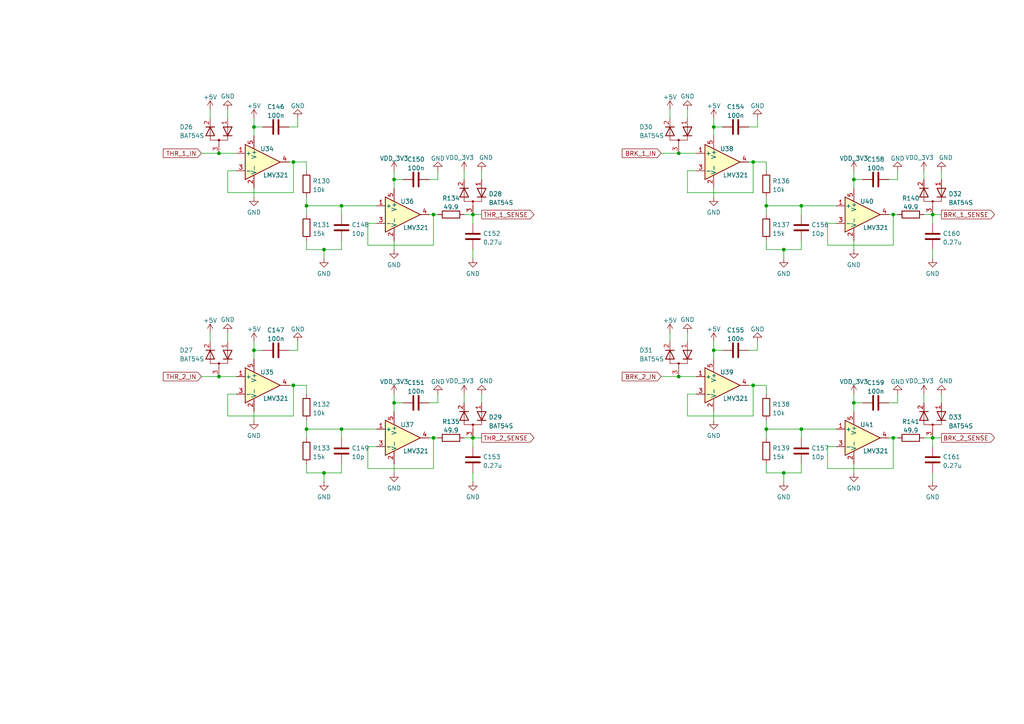
<source format=kicad_sch>
(kicad_sch (version 20250114) (generator "eeschema") (generator_version "9.0")
  (paper "A4")
  (title_block (comment 1 "НВЦТ.EVP150-2-1.3000.100 Э3"))
  (lib_symbols
    (symbol "Amplifier_Operational:LMV321" (pin_names (offset 0.127))
      (property "Reference" "U" (at 0 5.08 0))
      (property "Value" "LMV321" (at 0 -5.08 0))
      (symbol "LMV321_0_1"
        (polyline (pts (xy -5.08 5.08) (xy 5.08 0) (xy -5.08 -5.08) (xy -5.08 5.08)) (stroke (width 0.254)) (fill (type background)))
        (pin power_in line (at -2.54 7.62 270) (length 3.81) (name "V+") (number "5"))
        (pin power_in line (at -2.54 -7.62 90) (length 3.81) (name "V-") (number "2"))
      )
      (symbol "LMV321_1_1"
        (pin input line (at -7.62 2.54 0) (length 2.54) (name "+") (number "1"))
        (pin input line (at -7.62 -2.54 0) (length 2.54) (name "-") (number "3"))
        (pin output line (at 7.62 0 180) (length 2.54) (name "~") (number "4"))
      )
    )
    (symbol "Device:C" (pin_numbers (hide yes)) (pin_names (offset 0.254))
      (property "Reference" "C" (at 0.635 2.54 0))
      (property "Value" "C" (at 0.635 -2.54 0))
      (symbol "C_0_1"
        (polyline (pts (xy -2.032 0.762) (xy 2.032 0.762)) (stroke (width 0.508)))
        (polyline (pts (xy -2.032 -0.762) (xy 2.032 -0.762)) (stroke (width 0.508)))
      )
      (symbol "C_1_1"
        (pin passive line (at 0 3.81 270) (length 2.794) (name "~") (number "1"))
        (pin passive line (at 0 -3.81 90) (length 2.794) (name "~") (number "2"))
      )
    )
    (symbol "Device:D_Dual_Series_AKC_Parallel" (pin_names (offset 0.762) (hide yes))
      (property "Reference" "D" (at 0 5.08 0))
      (property "Value" "D_Dual_Series_AKC_Parallel" (at 0 -5.08 0))
      (symbol "D_Dual_Series_AKC_Parallel_0_0"
        (polyline (pts (xy 0 -1.27) (xy 0 -3.81)) (stroke (width 0.254)))
        (polyline (pts (xy 2.54 3.81) (xy 2.54 1.27)) (stroke (width 0.254)))
      )
      (symbol "D_Dual_Series_AKC_Parallel_0_1"
        (circle (center -1.27 0) (radius 0.254) (fill (type outline)))
        (polyline (pts (xy -1.27 0) (xy -2.54 0)))
        (polyline (pts (xy 0 3.81) (xy 2.54 2.54) (xy 0 1.27) (xy 0 3.81) (xy 0 3.81) (xy 0 3.81)) (stroke (width 0.254)))
        (polyline (pts (xy 2.54 2.54) (xy -1.27 2.54) (xy -1.27 -2.54) (xy 2.54 -2.54)))
        (polyline (pts (xy 2.54 -1.27) (xy 0 -2.54) (xy 2.54 -3.81) (xy 2.54 -1.27) (xy 2.54 -1.27) (xy 2.54 -1.27)) (stroke (width 0.254)))
        (pin passive line (at -5.08 0 0) (length 2.54) (name "A") (number "3"))
        (pin passive line (at 5.08 2.54 180) (length 2.54) (name "K") (number "2"))
        (pin passive line (at 5.08 -2.54 180) (length 2.54) (name "K") (number "1"))
      )
    )
    (symbol "Device:R" (pin_numbers (hide yes)) (pin_names (offset 0))
      (property "Reference" "R" (at 2.032 0 90))
      (property "Value" "R" (at 0 0 90))
      (symbol "R_0_1"
        (rectangle (start -1.016 -2.54) (end 1.016 2.54) (stroke (width 0.254)))
      )
      (symbol "R_1_1"
        (pin passive line (at 0 3.81 270) (length 1.27) (name "~") (number "1"))
        (pin passive line (at 0 -3.81 90) (length 1.27) (name "~") (number "2"))
      )
    )
    (symbol "Project_Library:VDD_3V3" (power) (pin_names (offset 0))
      (property "Value" "VDD_3V3" (at 0 3.81 0))
      (symbol "VDD_3V3_0_1"
        (polyline (pts (xy -0.762 1.27) (xy 0 2.54)))
        (polyline (pts (xy 0 2.54) (xy 0.762 1.27)))
        (polyline (pts (xy 0 0) (xy 0 2.54)))
      )
      (symbol "VDD_3V3_1_1"
        (pin power_in line (at 0 0 90) (length 0) (hide yes) (name "VDD_3V3") (number "1"))
      )
    )
    (symbol "power:+5V" (power) (pin_names (offset 0))
      (property "Value" "+5V" (at 0 3.556 0))
      (symbol "+5V_0_1"
        (polyline (pts (xy -0.762 1.27) (xy 0 2.54)))
        (polyline (pts (xy 0 2.54) (xy 0.762 1.27)))
        (polyline (pts (xy 0 0) (xy 0 2.54)))
      )
      (symbol "+5V_1_1"
        (pin power_in line (at 0 0 90) (length 0) (hide yes) (name "+5V") (number "1"))
      )
    )
    (symbol "power:GND" (power) (pin_names (offset 0))
      (property "Value" "GND" (at 0 -3.81 0))
      (symbol "GND_0_1"
        (polyline (pts (xy 0 0) (xy 0 -1.27) (xy 1.27 -1.27) (xy 0 -2.54) (xy -1.27 -1.27) (xy 0 -1.27)))
      )
      (symbol "GND_1_1"
        (pin power_in line (at 0 0 270) (length 0) (hide yes) (name "GND") (number "1"))
      )
    )
  )
  (junction (at 63.5 109.22))
  (junction (at 232.41 124.46))
  (junction (at 93.98 137.16))
  (junction (at 85.09 46.99))
  (junction (at 137.16 127))
  (junction (at 207.01 36.83))
  (junction (at 99.06 124.46))
  (junction (at 218.44 46.99))
  (junction (at 232.41 59.69))
  (junction (at 222.25 59.69))
  (junction (at 270.51 127))
  (junction (at 93.98 72.39))
  (junction (at 73.66 36.83))
  (junction (at 218.44 111.76))
  (junction (at 114.3 52.07))
  (junction (at 125.73 127))
  (junction (at 88.9 59.69))
  (junction (at 196.85 109.22))
  (junction (at 125.73 62.23))
  (junction (at 247.65 116.84))
  (junction (at 196.85 44.45))
  (junction (at 227.33 137.16))
  (junction (at 227.33 72.39))
  (junction (at 247.65 52.07))
  (junction (at 114.3 116.84))
  (junction (at 137.16 62.23))
  (junction (at 222.25 124.46))
  (junction (at 88.9 124.46))
  (junction (at 85.09 111.76))
  (junction (at 73.66 101.6))
  (junction (at 259.08 127))
  (junction (at 207.01 101.6))
  (junction (at 63.5 44.45))
  (junction (at 270.51 62.23))
  (junction (at 99.06 59.69))
  (junction (at 259.08 62.23))
  (wire (pts (xy 106.68 129.54) (xy 106.68 135.89)))
  (wire (pts (xy 273.05 49.53) (xy 273.05 52.07)))
  (wire (pts (xy 99.06 134.62) (xy 99.06 137.16)))
  (wire (pts (xy 218.44 111.76) (xy 222.25 111.76)))
  (wire (pts (xy 250.19 116.84) (xy 247.65 116.84)))
  (wire (pts (xy 207.01 54.61) (xy 207.01 57.15)))
  (wire (pts (xy 270.51 129.54) (xy 270.51 127)))
  (wire (pts (xy 139.7 114.3) (xy 139.7 116.84)))
  (wire (pts (xy 73.66 99.06) (xy 73.66 101.6)))
  (wire (pts (xy 247.65 49.53) (xy 247.65 52.07)))
  (wire (pts (xy 259.08 71.12) (xy 259.08 62.23)))
  (wire (pts (xy 222.25 124.46) (xy 232.41 124.46)))
  (wire (pts (xy 242.57 124.46) (xy 232.41 124.46)))
  (wire (pts (xy 270.51 72.39) (xy 270.51 74.93)))
  (wire (pts (xy 114.3 114.3) (xy 114.3 116.84)))
  (wire (pts (xy 259.08 127) (xy 260.35 127)))
  (wire (pts (xy 66.04 49.53) (xy 66.04 55.88)))
  (wire (pts (xy 93.98 72.39) (xy 99.06 72.39)))
  (wire (pts (xy 127 52.07) (xy 127 49.53)))
  (wire (pts (xy 83.82 46.99) (xy 85.09 46.99)))
  (wire (pts (xy 232.41 59.69) (xy 232.41 62.23)))
  (wire (pts (xy 137.16 127) (xy 139.7 127)))
  (wire (pts (xy 267.97 62.23) (xy 270.51 62.23)))
  (wire (pts (xy 88.9 69.85) (xy 88.9 72.39)))
  (wire (pts (xy 60.96 96.52) (xy 60.96 99.06)))
  (wire (pts (xy 93.98 137.16) (xy 99.06 137.16)))
  (wire (pts (xy 270.51 137.16) (xy 270.51 139.7)))
  (wire (pts (xy 88.9 137.16) (xy 93.98 137.16)))
  (wire (pts (xy 267.97 114.3) (xy 267.97 116.84)))
  (wire (pts (xy 86.36 101.6) (xy 86.36 99.06)))
  (wire (pts (xy 222.25 57.15) (xy 222.25 59.69)))
  (wire (pts (xy 267.97 49.53) (xy 267.97 52.07)))
  (wire (pts (xy 257.81 116.84) (xy 260.35 116.84)))
  (wire (pts (xy 227.33 74.93) (xy 227.33 72.39)))
  (wire (pts (xy 199.39 31.75) (xy 199.39 34.29)))
  (wire (pts (xy 88.9 49.53) (xy 88.9 46.99)))
  (wire (pts (xy 222.25 121.92) (xy 222.25 124.46)))
  (wire (pts (xy 191.77 109.22) (xy 196.85 109.22)))
  (wire (pts (xy 217.17 101.6) (xy 219.71 101.6)))
  (wire (pts (xy 222.25 137.16) (xy 227.33 137.16)))
  (wire (pts (xy 114.3 52.07) (xy 114.3 54.61)))
  (wire (pts (xy 270.51 127) (xy 273.05 127)))
  (wire (pts (xy 194.31 96.52) (xy 194.31 99.06)))
  (wire (pts (xy 196.85 44.45) (xy 201.93 44.45)))
  (wire (pts (xy 199.39 49.53) (xy 199.39 55.88)))
  (wire (pts (xy 73.66 54.61) (xy 73.66 57.15)))
  (wire (pts (xy 106.68 64.77) (xy 109.22 64.77)))
  (wire (pts (xy 257.81 52.07) (xy 260.35 52.07)))
  (wire (pts (xy 73.66 101.6) (xy 73.66 104.14)))
  (wire (pts (xy 137.16 64.77) (xy 137.16 62.23)))
  (wire (pts (xy 199.39 114.3) (xy 201.93 114.3)))
  (wire (pts (xy 83.82 36.83) (xy 86.36 36.83)))
  (wire (pts (xy 66.04 49.53) (xy 68.58 49.53)))
  (wire (pts (xy 247.65 116.84) (xy 247.65 119.38)))
  (wire (pts (xy 222.25 134.62) (xy 222.25 137.16)))
  (wire (pts (xy 58.42 44.45) (xy 63.5 44.45)))
  (wire (pts (xy 207.01 101.6) (xy 207.01 104.14)))
  (wire (pts (xy 260.35 116.84) (xy 260.35 114.3)))
  (wire (pts (xy 114.3 69.85) (xy 114.3 72.39)))
  (wire (pts (xy 199.39 49.53) (xy 201.93 49.53)))
  (wire (pts (xy 240.03 64.77) (xy 240.03 71.12)))
  (wire (pts (xy 259.08 62.23) (xy 260.35 62.23)))
  (wire (pts (xy 240.03 64.77) (xy 242.57 64.77)))
  (wire (pts (xy 60.96 31.75) (xy 60.96 34.29)))
  (wire (pts (xy 219.71 36.83) (xy 219.71 34.29)))
  (wire (pts (xy 199.39 114.3) (xy 199.39 120.65)))
  (wire (pts (xy 66.04 114.3) (xy 66.04 120.65)))
  (wire (pts (xy 270.51 62.23) (xy 273.05 62.23)))
  (wire (pts (xy 109.22 124.46) (xy 99.06 124.46)))
  (wire (pts (xy 73.66 36.83) (xy 73.66 39.37)))
  (wire (pts (xy 137.16 137.16) (xy 137.16 139.7)))
  (wire (pts (xy 232.41 124.46) (xy 232.41 127)))
  (wire (pts (xy 191.77 44.45) (xy 196.85 44.45)))
  (wire (pts (xy 125.73 71.12) (xy 125.73 62.23)))
  (wire (pts (xy 85.09 55.88) (xy 85.09 46.99)))
  (wire (pts (xy 88.9 114.3) (xy 88.9 111.76)))
  (wire (pts (xy 134.62 49.53) (xy 134.62 52.07)))
  (wire (pts (xy 109.22 59.69) (xy 99.06 59.69)))
  (wire (pts (xy 199.39 96.52) (xy 199.39 99.06)))
  (wire (pts (xy 222.25 124.46) (xy 222.25 127)))
  (wire (pts (xy 93.98 74.93) (xy 93.98 72.39)))
  (wire (pts (xy 73.66 119.38) (xy 73.66 121.92)))
  (wire (pts (xy 114.3 116.84) (xy 114.3 119.38)))
  (wire (pts (xy 124.46 52.07) (xy 127 52.07)))
  (wire (pts (xy 137.16 62.23) (xy 139.7 62.23)))
  (wire (pts (xy 199.39 55.88) (xy 218.44 55.88)))
  (wire (pts (xy 66.04 96.52) (xy 66.04 99.06)))
  (wire (pts (xy 232.41 134.62) (xy 232.41 137.16)))
  (wire (pts (xy 125.73 127) (xy 127 127)))
  (wire (pts (xy 85.09 111.76) (xy 88.9 111.76)))
  (wire (pts (xy 124.46 127) (xy 125.73 127)))
  (wire (pts (xy 273.05 114.3) (xy 273.05 116.84)))
  (wire (pts (xy 232.41 69.85) (xy 232.41 72.39)))
  (wire (pts (xy 134.62 127) (xy 137.16 127)))
  (wire (pts (xy 139.7 49.53) (xy 139.7 52.07)))
  (wire (pts (xy 83.82 111.76) (xy 85.09 111.76)))
  (wire (pts (xy 227.33 137.16) (xy 232.41 137.16)))
  (wire (pts (xy 247.65 69.85) (xy 247.65 72.39)))
  (wire (pts (xy 85.09 46.99) (xy 88.9 46.99)))
  (wire (pts (xy 217.17 36.83) (xy 219.71 36.83)))
  (wire (pts (xy 199.39 120.65) (xy 218.44 120.65)))
  (wire (pts (xy 218.44 120.65) (xy 218.44 111.76)))
  (wire (pts (xy 66.04 31.75) (xy 66.04 34.29)))
  (wire (pts (xy 88.9 134.62) (xy 88.9 137.16)))
  (wire (pts (xy 88.9 72.39) (xy 93.98 72.39)))
  (wire (pts (xy 240.03 135.89) (xy 259.08 135.89)))
  (wire (pts (xy 124.46 62.23) (xy 125.73 62.23)))
  (wire (pts (xy 222.25 49.53) (xy 222.25 46.99)))
  (wire (pts (xy 116.84 52.07) (xy 114.3 52.07)))
  (wire (pts (xy 270.51 64.77) (xy 270.51 62.23)))
  (wire (pts (xy 260.35 52.07) (xy 260.35 49.53)))
  (wire (pts (xy 99.06 69.85) (xy 99.06 72.39)))
  (wire (pts (xy 63.5 44.45) (xy 68.58 44.45)))
  (wire (pts (xy 240.03 129.54) (xy 240.03 135.89)))
  (wire (pts (xy 63.5 109.22) (xy 68.58 109.22)))
  (wire (pts (xy 207.01 34.29) (xy 207.01 36.83)))
  (wire (pts (xy 250.19 52.07) (xy 247.65 52.07)))
  (wire (pts (xy 125.73 62.23) (xy 127 62.23)))
  (wire (pts (xy 125.73 135.89) (xy 125.73 127)))
  (wire (pts (xy 114.3 134.62) (xy 114.3 137.16)))
  (wire (pts (xy 106.68 129.54) (xy 109.22 129.54)))
  (wire (pts (xy 88.9 59.69) (xy 99.06 59.69)))
  (wire (pts (xy 209.55 36.83) (xy 207.01 36.83)))
  (wire (pts (xy 247.65 52.07) (xy 247.65 54.61)))
  (wire (pts (xy 242.57 59.69) (xy 232.41 59.69)))
  (wire (pts (xy 66.04 55.88) (xy 85.09 55.88)))
  (wire (pts (xy 137.16 129.54) (xy 137.16 127)))
  (wire (pts (xy 58.42 109.22) (xy 63.5 109.22)))
  (wire (pts (xy 114.3 49.53) (xy 114.3 52.07)))
  (wire (pts (xy 247.65 134.62) (xy 247.65 137.16)))
  (wire (pts (xy 207.01 119.38) (xy 207.01 121.92)))
  (wire (pts (xy 134.62 62.23) (xy 137.16 62.23)))
  (wire (pts (xy 134.62 114.3) (xy 134.62 116.84)))
  (wire (pts (xy 88.9 121.92) (xy 88.9 124.46)))
  (wire (pts (xy 194.31 31.75) (xy 194.31 34.29)))
  (wire (pts (xy 257.81 127) (xy 259.08 127)))
  (wire (pts (xy 207.01 36.83) (xy 207.01 39.37)))
  (wire (pts (xy 207.01 99.06) (xy 207.01 101.6)))
  (wire (pts (xy 73.66 34.29) (xy 73.66 36.83)))
  (wire (pts (xy 66.04 114.3) (xy 68.58 114.3)))
  (wire (pts (xy 86.36 36.83) (xy 86.36 34.29)))
  (wire (pts (xy 219.71 101.6) (xy 219.71 99.06)))
  (wire (pts (xy 222.25 59.69) (xy 222.25 62.23)))
  (wire (pts (xy 83.82 101.6) (xy 86.36 101.6)))
  (wire (pts (xy 247.65 114.3) (xy 247.65 116.84)))
  (wire (pts (xy 106.68 135.89) (xy 125.73 135.89)))
  (wire (pts (xy 240.03 129.54) (xy 242.57 129.54)))
  (wire (pts (xy 76.2 101.6) (xy 73.66 101.6)))
  (wire (pts (xy 85.09 120.65) (xy 85.09 111.76)))
  (wire (pts (xy 222.25 114.3) (xy 222.25 111.76)))
  (wire (pts (xy 137.16 72.39) (xy 137.16 74.93)))
  (wire (pts (xy 76.2 36.83) (xy 73.66 36.83)))
  (wire (pts (xy 227.33 72.39) (xy 232.41 72.39)))
  (wire (pts (xy 259.08 135.89) (xy 259.08 127)))
  (wire (pts (xy 209.55 101.6) (xy 207.01 101.6)))
  (wire (pts (xy 257.81 62.23) (xy 259.08 62.23)))
  (wire (pts (xy 106.68 64.77) (xy 106.68 71.12)))
  (wire (pts (xy 222.25 72.39) (xy 227.33 72.39)))
  (wire (pts (xy 217.17 111.76) (xy 218.44 111.76)))
  (wire (pts (xy 99.06 59.69) (xy 99.06 62.23)))
  (wire (pts (xy 267.97 127) (xy 270.51 127)))
  (wire (pts (xy 124.46 116.84) (xy 127 116.84)))
  (wire (pts (xy 218.44 55.88) (xy 218.44 46.99)))
  (wire (pts (xy 93.98 139.7) (xy 93.98 137.16)))
  (wire (pts (xy 227.33 139.7) (xy 227.33 137.16)))
  (wire (pts (xy 127 116.84) (xy 127 114.3)))
  (wire (pts (xy 88.9 59.69) (xy 88.9 62.23)))
  (wire (pts (xy 218.44 46.99) (xy 222.25 46.99)))
  (wire (pts (xy 66.04 120.65) (xy 85.09 120.65)))
  (wire (pts (xy 240.03 71.12) (xy 259.08 71.12)))
  (wire (pts (xy 99.06 124.46) (xy 99.06 127)))
  (wire (pts (xy 222.25 59.69) (xy 232.41 59.69)))
  (wire (pts (xy 88.9 124.46) (xy 99.06 124.46)))
  (wire (pts (xy 196.85 109.22) (xy 201.93 109.22)))
  (wire (pts (xy 217.17 46.99) (xy 218.44 46.99)))
  (wire (pts (xy 88.9 124.46) (xy 88.9 127)))
  (wire (pts (xy 106.68 71.12) (xy 125.73 71.12)))
  (wire (pts (xy 88.9 57.15) (xy 88.9 59.69)))
  (wire (pts (xy 222.25 69.85) (xy 222.25 72.39)))
  (wire (pts (xy 116.84 116.84) (xy 114.3 116.84)))
  (global_label "BRK_1_IN" (shape input) (at 191.77 44.45 180) (property "Intersheetrefs" "${INTERSHEET_REFS}" (effects (hide yes))))
  (global_label "THR_2_IN" (shape input) (at 58.42 109.22 180) (property "Intersheetrefs" "${INTERSHEET_REFS}" (effects (hide yes))))
  (global_label "THR_1_IN" (shape input) (at 58.42 44.45 180) (property "Intersheetrefs" "${INTERSHEET_REFS}" (effects (hide yes))))
  (global_label "BRK_1_SENSE" (shape output) (at 273.05 62.23 0) (property "Intersheetrefs" "${INTERSHEET_REFS}" (effects (hide yes))))
  (global_label "THR_1_SENSE" (shape output) (at 139.7 62.23 0) (property "Intersheetrefs" "${INTERSHEET_REFS}" (effects (hide yes))))
  (global_label "BRK_2_SENSE" (shape output) (at 273.05 127 0) (property "Intersheetrefs" "${INTERSHEET_REFS}" (effects (hide yes))))
  (global_label "BRK_2_IN" (shape input) (at 191.77 109.22 180) (property "Intersheetrefs" "${INTERSHEET_REFS}" (effects (hide yes))))
  (global_label "THR_2_SENSE" (shape output) (at 139.7 127 0) (property "Intersheetrefs" "${INTERSHEET_REFS}" (effects (hide yes))))
  (symbol (lib_id "Device:C") (at 80.01 101.6 90) (unit 1)
    (property "Reference" "C147" (at 80.01 95.7412 90))
    (property "Value" "100n" (at 80.01 98.2781 90))
    (property "Footprint" "Capacitor_SMD:C_0603_1608Metric" (effects (hide yes)))
  )
  (symbol (lib_id "Device:R") (at 88.9 130.81 0) (unit 1)
    (property "Reference" "R133" (at 90.678 129.9753 0) (effects (justify left)))
    (property "Value" "15k" (at 90.678 132.5122 0) (effects (justify left)))
    (property "Footprint" "Resistor_SMD:R_0603_1608Metric" (effects (hide yes)))
  )
  (symbol (lib_id "power:GND") (at 199.39 96.52 180) (unit 1)
    (property "Reference" "#PWR0241" (effects (hide yes)))
    (property "Value" "GND" (at 199.39 92.71 0))
  )
  (symbol (lib_id "Device:C") (at 80.01 36.83 90) (unit 1)
    (property "Reference" "C146" (at 80.01 30.9712 90))
    (property "Value" "100n" (at 80.01 33.5081 90))
    (property "Footprint" "Capacitor_SMD:C_0603_1608Metric" (effects (hide yes)))
  )
  (symbol (lib_id "Device:C") (at 270.51 68.58 0) (unit 1)
    (property "Reference" "C160" (at 273.431 67.7453 0) (effects (justify left)))
    (property "Value" "0.27u" (at 273.431 70.2822 0) (effects (justify left)))
    (property "Footprint" "Capacitor_SMD:C_0603_1608Metric" (effects (hide yes)))
  )
  (symbol (lib_id "power:GND") (at 139.7 49.53 180) (unit 1)
    (property "Reference" "#PWR0236" (effects (hide yes)))
    (property "Value" "GND" (at 140.97 45.72 0))
  )
  (symbol (lib_id "Device:R") (at 264.16 62.23 90) (unit 1)
    (property "Reference" "R140" (at 264.16 57.5142 90))
    (property "Value" "49.9" (at 264.16 60.0511 90))
    (property "Footprint" "Resistor_SMD:R_0603_1608Metric" (effects (hide yes)))
  )
  (symbol (lib_id "Device:D_Dual_Series_AKC_Parallel") (at 137.16 57.15 90) (unit 1)
    (property "Reference" "D28" (at 141.732 56.2518 90) (effects (justify right)))
    (property "Value" "BAT54S" (at 141.732 58.7887 90) (effects (justify right)))
    (property "Footprint" "Package_TO_SOT_SMD:SOT-23" (effects (hide yes)))
  )
  (symbol (lib_id "power:GND") (at 86.36 34.29 180) (unit 1)
    (property "Reference" "#PWR0222" (effects (hide yes)))
    (property "Value" "GND" (at 86.36 30.7142 0))
  )
  (symbol (lib_id "Amplifier_Operational:LMV321") (at 116.84 62.23 0) (unit 1)
    (property "Reference" "U36" (at 118.11 58.42 0))
    (property "Value" "LMV321" (at 120.65 66.04 0))
    (property "Footprint" "Package_TO_SOT_SMD:SOT-23-5" (effects (hide yes)))
    (property "Datasheet" "http://www.ti.com/lit/ds/symlink/lmv324.pdf" (effects (hide yes)))
  )
  (symbol (lib_id "Amplifier_Operational:LMV321") (at 209.55 46.99 0) (unit 1)
    (property "Reference" "U38" (at 210.82 43.18 0))
    (property "Value" "LMV321" (at 213.36 50.8 0))
    (property "Footprint" "Package_TO_SOT_SMD:SOT-23-5" (effects (hide yes)))
    (property "Datasheet" "http://www.ti.com/lit/ds/symlink/lmv324.pdf" (effects (hide yes)))
  )
  (symbol (lib_id "power:GND") (at 86.36 99.06 180) (unit 1)
    (property "Reference" "#PWR0223" (effects (hide yes)))
    (property "Value" "GND" (at 86.36 95.4842 0))
  )
  (symbol (lib_id "Device:D_Dual_Series_AKC_Parallel") (at 196.85 39.37 90) (unit 1)
    (property "Reference" "D30" (at 185.42 36.83 90) (effects (justify right)))
    (property "Value" "BAT54S" (at 185.42 39.37 90) (effects (justify right)))
    (property "Footprint" "Package_TO_SOT_SMD:SOT-23" (effects (hide yes)))
  )
  (symbol (lib_id "power:+5V") (at 207.01 99.06 0) (unit 1)
    (property "Reference" "#PWR0244" (effects (hide yes)))
    (property "Value" "+5V" (at 207.01 95.4842 0))
  )
  (symbol (lib_id "Device:R") (at 88.9 118.11 0) (unit 1)
    (property "Reference" "R132" (at 90.678 117.2753 0) (effects (justify left)))
    (property "Value" "10k" (at 90.678 119.8122 0) (effects (justify left)))
    (property "Footprint" "Resistor_SMD:R_0603_1608Metric" (effects (hide yes)))
  )
  (symbol (lib_id "Device:D_Dual_Series_AKC_Parallel") (at 270.51 57.15 90) (unit 1)
    (property "Reference" "D32" (at 275.082 56.2518 90) (effects (justify right)))
    (property "Value" "BAT54S" (at 275.082 58.7887 90) (effects (justify right)))
    (property "Footprint" "Package_TO_SOT_SMD:SOT-23" (effects (hide yes)))
  )
  (symbol (lib_id "Device:R") (at 88.9 66.04 0) (unit 1)
    (property "Reference" "R131" (at 90.678 65.2053 0) (effects (justify left)))
    (property "Value" "15k" (at 90.678 67.7422 0) (effects (justify left)))
    (property "Footprint" "Resistor_SMD:R_0603_1608Metric" (effects (hide yes)))
  )
  (symbol (lib_id "Device:C") (at 99.06 130.81 0) (unit 1)
    (property "Reference" "C149" (at 101.981 129.9753 0) (effects (justify left)))
    (property "Value" "10p" (at 101.981 132.5122 0) (effects (justify left)))
    (property "Footprint" "Capacitor_SMD:C_0603_1608Metric" (effects (hide yes)))
  )
  (symbol (lib_id "power:GND") (at 247.65 72.39 0) (unit 1)
    (property "Reference" "#PWR0251" (effects (hide yes)))
    (property "Value" "GND" (at 247.65 76.8334 0))
  )
  (symbol (lib_id "Device:C") (at 270.51 133.35 0) (unit 1)
    (property "Reference" "C161" (at 273.431 132.5153 0) (effects (justify left)))
    (property "Value" "0.27u" (at 273.431 135.0522 0) (effects (justify left)))
    (property "Footprint" "Capacitor_SMD:C_0603_1608Metric" (effects (hide yes)))
  )
  (symbol (lib_id "Device:D_Dual_Series_AKC_Parallel") (at 270.51 121.92 90) (unit 1)
    (property "Reference" "D33" (at 275.082 121.0218 90) (effects (justify right)))
    (property "Value" "BAT54S" (at 275.082 123.5587 90) (effects (justify right)))
    (property "Footprint" "Package_TO_SOT_SMD:SOT-23" (effects (hide yes)))
  )
  (symbol (lib_id "power:GND") (at 127 49.53 180) (unit 1)
    (property "Reference" "#PWR0230" (effects (hide yes)))
    (property "Value" "GND" (at 127 45.9542 0))
  )
  (symbol (lib_id "Amplifier_Operational:LMV321") (at 250.19 127 0) (unit 1)
    (property "Reference" "U41" (at 251.46 123.19 0))
    (property "Value" "LMV321" (at 254 130.81 0))
    (property "Footprint" "Package_TO_SOT_SMD:SOT-23-5" (effects (hide yes)))
    (property "Datasheet" "http://www.ti.com/lit/ds/symlink/lmv324.pdf" (effects (hide yes)))
  )
  (symbol (lib_id "Project_Library:VDD_3V3") (at 134.62 49.53 0) (unit 1)
    (property "Reference" "#PWR0232" (effects (hide yes)))
    (property "Value" "VDD_3V3" (at 133.35 45.72 0))
  )
  (symbol (lib_id "Project_Library:VDD_3V3") (at 247.65 114.3 0) (unit 1)
    (property "Reference" "#PWR0252" (effects (hide yes)))
    (property "Value" "VDD_3V3" (at 247.65 110.7242 0))
  )
  (symbol (lib_id "Device:R") (at 222.25 130.81 0) (unit 1)
    (property "Reference" "R139" (at 224.028 129.9753 0) (effects (justify left)))
    (property "Value" "15k" (at 224.028 132.5122 0) (effects (justify left)))
    (property "Footprint" "Resistor_SMD:R_0603_1608Metric" (effects (hide yes)))
  )
  (symbol (lib_id "power:GND") (at 127 114.3 180) (unit 1)
    (property "Reference" "#PWR0231" (effects (hide yes)))
    (property "Value" "GND" (at 127 110.7242 0))
  )
  (symbol (lib_id "power:GND") (at 207.01 57.15 0) (unit 1)
    (property "Reference" "#PWR0243" (effects (hide yes)))
    (property "Value" "GND" (at 207.01 61.5934 0))
  )
  (symbol (lib_id "power:GND") (at 273.05 49.53 180) (unit 1)
    (property "Reference" "#PWR0260" (effects (hide yes)))
    (property "Value" "GND" (at 274.32 45.72 0))
  )
  (symbol (lib_id "Device:D_Dual_Series_AKC_Parallel") (at 63.5 104.14 90) (unit 1)
    (property "Reference" "D27" (at 52.07 101.6 90) (effects (justify right)))
    (property "Value" "BAT54S" (at 52.07 104.14 90) (effects (justify right)))
    (property "Footprint" "Package_TO_SOT_SMD:SOT-23" (effects (hide yes)))
  )
  (symbol (lib_id "power:GND") (at 219.71 99.06 180) (unit 1)
    (property "Reference" "#PWR0247" (effects (hide yes)))
    (property "Value" "GND" (at 219.71 95.4842 0))
  )
  (symbol (lib_id "Amplifier_Operational:LMV321") (at 116.84 127 0) (unit 1)
    (property "Reference" "U37" (at 118.11 123.19 0))
    (property "Value" "LMV321" (at 120.65 130.81 0))
    (property "Footprint" "Package_TO_SOT_SMD:SOT-23-5" (effects (hide yes)))
    (property "Datasheet" "http://www.ti.com/lit/ds/symlink/lmv324.pdf" (effects (hide yes)))
  )
  (symbol (lib_id "Device:D_Dual_Series_AKC_Parallel") (at 196.85 104.14 90) (unit 1)
    (property "Reference" "D31" (at 185.42 101.6 90) (effects (justify right)))
    (property "Value" "BAT54S" (at 185.42 104.14 90) (effects (justify right)))
    (property "Footprint" "Package_TO_SOT_SMD:SOT-23" (effects (hide yes)))
  )
  (symbol (lib_id "Device:C") (at 232.41 130.81 0) (unit 1)
    (property "Reference" "C157" (at 235.331 129.9753 0) (effects (justify left)))
    (property "Value" "10p" (at 235.331 132.5122 0) (effects (justify left)))
    (property "Footprint" "Capacitor_SMD:C_0603_1608Metric" (effects (hide yes)))
  )
  (symbol (lib_id "Project_Library:VDD_3V3") (at 134.62 114.3 0) (unit 1)
    (property "Reference" "#PWR0233" (effects (hide yes)))
    (property "Value" "VDD_3V3" (at 133.35 110.49 0))
  )
  (symbol (lib_id "power:+5V") (at 60.96 96.52 0) (unit 1)
    (property "Reference" "#PWR0215" (effects (hide yes)))
    (property "Value" "+5V" (at 60.96 92.9442 0))
  )
  (symbol (lib_id "Project_Library:VDD_3V3") (at 267.97 114.3 0) (unit 1)
    (property "Reference" "#PWR0257" (effects (hide yes)))
    (property "Value" "VDD_3V3" (at 266.7 110.49 0))
  )
  (symbol (lib_id "Device:R") (at 222.25 53.34 0) (unit 1)
    (property "Reference" "R136" (at 224.028 52.5053 0) (effects (justify left)))
    (property "Value" "10k" (at 224.028 55.0422 0) (effects (justify left)))
    (property "Footprint" "Resistor_SMD:R_0603_1608Metric" (effects (hide yes)))
  )
  (symbol (lib_id "power:GND") (at 73.66 57.15 0) (unit 1)
    (property "Reference" "#PWR0219" (effects (hide yes)))
    (property "Value" "GND" (at 73.66 61.5934 0))
  )
  (symbol (lib_id "power:GND") (at 93.98 139.7 0) (unit 1)
    (property "Reference" "#PWR0225" (effects (hide yes)))
    (property "Value" "GND" (at 93.98 144.1434 0))
  )
  (symbol (lib_id "power:GND") (at 66.04 31.75 180) (unit 1)
    (property "Reference" "#PWR0216" (effects (hide yes)))
    (property "Value" "GND" (at 66.04 27.94 0))
  )
  (symbol (lib_id "power:GND") (at 137.16 139.7 0) (unit 1)
    (property "Reference" "#PWR0235" (effects (hide yes)))
    (property "Value" "GND" (at 137.16 144.1434 0))
  )
  (symbol (lib_id "power:GND") (at 114.3 72.39 0) (unit 1)
    (property "Reference" "#PWR0227" (effects (hide yes)))
    (property "Value" "GND" (at 114.3 76.8334 0))
  )
  (symbol (lib_id "power:GND") (at 270.51 74.93 0) (unit 1)
    (property "Reference" "#PWR0258" (effects (hide yes)))
    (property "Value" "GND" (at 270.51 79.3734 0))
  )
  (symbol (lib_id "Device:R") (at 130.81 127 90) (unit 1)
    (property "Reference" "R135" (at 130.81 122.2842 90))
    (property "Value" "49.9" (at 130.81 124.8211 90))
    (property "Footprint" "Resistor_SMD:R_0603_1608Metric" (effects (hide yes)))
  )
  (symbol (lib_id "power:GND") (at 114.3 137.16 0) (unit 1)
    (property "Reference" "#PWR0229" (effects (hide yes)))
    (property "Value" "GND" (at 114.3 141.6034 0))
  )
  (symbol (lib_id "Amplifier_Operational:LMV321") (at 76.2 111.76 0) (unit 1)
    (property "Reference" "U35" (at 77.47 107.95 0))
    (property "Value" "LMV321" (at 80.01 115.57 0))
    (property "Footprint" "Package_TO_SOT_SMD:SOT-23-5" (effects (hide yes)))
    (property "Datasheet" "http://www.ti.com/lit/ds/symlink/lmv324.pdf" (effects (hide yes)))
  )
  (symbol (lib_id "power:GND") (at 73.66 121.92 0) (unit 1)
    (property "Reference" "#PWR0221" (effects (hide yes)))
    (property "Value" "GND" (at 73.66 126.3634 0))
  )
  (symbol (lib_id "Amplifier_Operational:LMV321") (at 250.19 62.23 0) (unit 1)
    (property "Reference" "U40" (at 251.46 58.42 0))
    (property "Value" "LMV321" (at 254 66.04 0))
    (property "Footprint" "Package_TO_SOT_SMD:SOT-23-5" (effects (hide yes)))
    (property "Datasheet" "http://www.ti.com/lit/ds/symlink/lmv324.pdf" (effects (hide yes)))
  )
  (symbol (lib_id "power:GND") (at 139.7 114.3 180) (unit 1)
    (property "Reference" "#PWR0237" (effects (hide yes)))
    (property "Value" "GND" (at 140.97 110.49 0))
  )
  (symbol (lib_id "Device:C") (at 120.65 116.84 90) (unit 1)
    (property "Reference" "C151" (at 120.65 110.9812 90))
    (property "Value" "100n" (at 120.65 113.5181 90))
    (property "Footprint" "Capacitor_SMD:C_0603_1608Metric" (effects (hide yes)))
  )
  (symbol (lib_id "power:GND") (at 93.98 74.93 0) (unit 1)
    (property "Reference" "#PWR0224" (effects (hide yes)))
    (property "Value" "GND" (at 93.98 79.3734 0))
  )
  (symbol (lib_id "Project_Library:VDD_3V3") (at 114.3 49.53 0) (unit 1)
    (property "Reference" "#PWR0226" (effects (hide yes)))
    (property "Value" "VDD_3V3" (at 114.3 45.9542 0))
  )
  (symbol (lib_id "Device:C") (at 232.41 66.04 0) (unit 1)
    (property "Reference" "C156" (at 235.331 65.2053 0) (effects (justify left)))
    (property "Value" "10p" (at 235.331 67.7422 0) (effects (justify left)))
    (property "Footprint" "Capacitor_SMD:C_0603_1608Metric" (effects (hide yes)))
  )
  (symbol (lib_id "power:GND") (at 199.39 31.75 180) (unit 1)
    (property "Reference" "#PWR0240" (effects (hide yes)))
    (property "Value" "GND" (at 199.39 27.94 0))
  )
  (symbol (lib_id "power:GND") (at 66.04 96.52 180) (unit 1)
    (property "Reference" "#PWR0217" (effects (hide yes)))
    (property "Value" "GND" (at 66.04 92.71 0))
  )
  (symbol (lib_id "Device:C") (at 254 116.84 90) (unit 1)
    (property "Reference" "C159" (at 254 110.9812 90))
    (property "Value" "100n" (at 254 113.5181 90))
    (property "Footprint" "Capacitor_SMD:C_0603_1608Metric" (effects (hide yes)))
  )
  (symbol (lib_id "power:GND") (at 227.33 74.93 0) (unit 1)
    (property "Reference" "#PWR0248" (effects (hide yes)))
    (property "Value" "GND" (at 227.33 79.3734 0))
  )
  (symbol (lib_id "power:GND") (at 219.71 34.29 180) (unit 1)
    (property "Reference" "#PWR0246" (effects (hide yes)))
    (property "Value" "GND" (at 219.71 30.7142 0))
  )
  (symbol (lib_id "power:GND") (at 207.01 121.92 0) (unit 1)
    (property "Reference" "#PWR0245" (effects (hide yes)))
    (property "Value" "GND" (at 207.01 126.3634 0))
  )
  (symbol (lib_id "power:GND") (at 227.33 139.7 0) (unit 1)
    (property "Reference" "#PWR0249" (effects (hide yes)))
    (property "Value" "GND" (at 227.33 144.1434 0))
  )
  (symbol (lib_id "Device:R") (at 222.25 66.04 0) (unit 1)
    (property "Reference" "R137" (at 224.028 65.2053 0) (effects (justify left)))
    (property "Value" "15k" (at 224.028 67.7422 0) (effects (justify left)))
    (property "Footprint" "Resistor_SMD:R_0603_1608Metric" (effects (hide yes)))
  )
  (symbol (lib_id "Device:D_Dual_Series_AKC_Parallel") (at 63.5 39.37 90) (unit 1)
    (property "Reference" "D26" (at 52.07 36.83 90) (effects (justify right)))
    (property "Value" "BAT54S" (at 52.07 39.37 90) (effects (justify right)))
    (property "Footprint" "Package_TO_SOT_SMD:SOT-23" (effects (hide yes)))
  )
  (symbol (lib_id "Amplifier_Operational:LMV321") (at 209.55 111.76 0) (unit 1)
    (property "Reference" "U39" (at 210.82 107.95 0))
    (property "Value" "LMV321" (at 213.36 115.57 0))
    (property "Footprint" "Package_TO_SOT_SMD:SOT-23-5" (effects (hide yes)))
    (property "Datasheet" "http://www.ti.com/lit/ds/symlink/lmv324.pdf" (effects (hide yes)))
  )
  (symbol (lib_id "power:+5V") (at 73.66 34.29 0) (unit 1)
    (property "Reference" "#PWR0218" (effects (hide yes)))
    (property "Value" "+5V" (at 73.66 30.7142 0))
  )
  (symbol (lib_id "power:GND") (at 273.05 114.3 180) (unit 1)
    (property "Reference" "#PWR0261" (effects (hide yes)))
    (property "Value" "GND" (at 274.32 110.49 0))
  )
  (symbol (lib_id "power:+5V") (at 194.31 31.75 0) (unit 1)
    (property "Reference" "#PWR0238" (effects (hide yes)))
    (property "Value" "+5V" (at 194.31 28.1742 0))
  )
  (symbol (lib_id "Device:R") (at 130.81 62.23 90) (unit 1)
    (property "Reference" "R134" (at 130.81 57.5142 90))
    (property "Value" "49.9" (at 130.81 60.0511 90))
    (property "Footprint" "Resistor_SMD:R_0603_1608Metric" (effects (hide yes)))
  )
  (symbol (lib_id "Device:C") (at 213.36 101.6 90) (unit 1)
    (property "Reference" "C155" (at 213.36 95.7412 90))
    (property "Value" "100n" (at 213.36 98.2781 90))
    (property "Footprint" "Capacitor_SMD:C_0603_1608Metric" (effects (hide yes)))
  )
  (symbol (lib_id "Device:C") (at 254 52.07 90) (unit 1)
    (property "Reference" "C158" (at 254 46.2112 90))
    (property "Value" "100n" (at 254 48.7481 90))
    (property "Footprint" "Capacitor_SMD:C_0603_1608Metric" (effects (hide yes)))
  )
  (symbol (lib_id "power:+5V") (at 73.66 99.06 0) (unit 1)
    (property "Reference" "#PWR0220" (effects (hide yes)))
    (property "Value" "+5V" (at 73.66 95.4842 0))
  )
  (symbol (lib_id "Device:C") (at 137.16 68.58 0) (unit 1)
    (property "Reference" "C152" (at 140.081 67.7453 0) (effects (justify left)))
    (property "Value" "0.27u" (at 140.081 70.2822 0) (effects (justify left)))
    (property "Footprint" "Capacitor_SMD:C_0603_1608Metric" (effects (hide yes)))
  )
  (symbol (lib_id "Amplifier_Operational:LMV321") (at 76.2 46.99 0) (unit 1)
    (property "Reference" "U34" (at 77.47 43.18 0))
    (property "Value" "LMV321" (at 80.01 50.8 0))
    (property "Footprint" "Package_TO_SOT_SMD:SOT-23-5" (effects (hide yes)))
    (property "Datasheet" "http://www.ti.com/lit/ds/symlink/lmv324.pdf" (effects (hide yes)))
  )
  (symbol (lib_id "Device:C") (at 137.16 133.35 0) (unit 1)
    (property "Reference" "C153" (at 140.081 132.5153 0) (effects (justify left)))
    (property "Value" "0.27u" (at 140.081 135.0522 0) (effects (justify left)))
    (property "Footprint" "Capacitor_SMD:C_0603_1608Metric" (effects (hide yes)))
  )
  (symbol (lib_id "Device:C") (at 99.06 66.04 0) (unit 1)
    (property "Reference" "C148" (at 101.981 65.2053 0) (effects (justify left)))
    (property "Value" "10p" (at 101.981 67.7422 0) (effects (justify left)))
    (property "Footprint" "Capacitor_SMD:C_0603_1608Metric" (effects (hide yes)))
  )
  (symbol (lib_id "Device:C") (at 213.36 36.83 90) (unit 1)
    (property "Reference" "C154" (at 213.36 30.9712 90))
    (property "Value" "100n" (at 213.36 33.5081 90))
    (property "Footprint" "Capacitor_SMD:C_0603_1608Metric" (effects (hide yes)))
  )
  (symbol (lib_id "Project_Library:VDD_3V3") (at 114.3 114.3 0) (unit 1)
    (property "Reference" "#PWR0228" (effects (hide yes)))
    (property "Value" "VDD_3V3" (at 114.3 110.7242 0))
  )
  (symbol (lib_id "power:GND") (at 270.51 139.7 0) (unit 1)
    (property "Reference" "#PWR0259" (effects (hide yes)))
    (property "Value" "GND" (at 270.51 144.1434 0))
  )
  (symbol (lib_id "power:GND") (at 260.35 49.53 180) (unit 1)
    (property "Reference" "#PWR0254" (effects (hide yes)))
    (property "Value" "GND" (at 260.35 45.9542 0))
  )
  (symbol (lib_id "Device:R") (at 264.16 127 90) (unit 1)
    (property "Reference" "R141" (at 264.16 122.2842 90))
    (property "Value" "49.9" (at 264.16 124.8211 90))
    (property "Footprint" "Resistor_SMD:R_0603_1608Metric" (effects (hide yes)))
  )
  (symbol (lib_id "power:+5V") (at 60.96 31.75 0) (unit 1)
    (property "Reference" "#PWR0214" (effects (hide yes)))
    (property "Value" "+5V" (at 60.96 28.1742 0))
  )
  (symbol (lib_id "Project_Library:VDD_3V3") (at 267.97 49.53 0) (unit 1)
    (property "Reference" "#PWR0256" (effects (hide yes)))
    (property "Value" "VDD_3V3" (at 266.7 45.72 0))
  )
  (symbol (lib_id "power:+5V") (at 207.01 34.29 0) (unit 1)
    (property "Reference" "#PWR0242" (effects (hide yes)))
    (property "Value" "+5V" (at 207.01 30.7142 0))
  )
  (symbol (lib_id "Device:D_Dual_Series_AKC_Parallel") (at 137.16 121.92 90) (unit 1)
    (property "Reference" "D29" (at 141.732 121.0218 90) (effects (justify right)))
    (property "Value" "BAT54S" (at 141.732 123.5587 90) (effects (justify right)))
    (property "Footprint" "Package_TO_SOT_SMD:SOT-23" (effects (hide yes)))
  )
  (symbol (lib_id "power:GND") (at 137.16 74.93 0) (unit 1)
    (property "Reference" "#PWR0234" (effects (hide yes)))
    (property "Value" "GND" (at 137.16 79.3734 0))
  )
  (symbol (lib_id "power:GND") (at 260.35 114.3 180) (unit 1)
    (property "Reference" "#PWR0255" (effects (hide yes)))
    (property "Value" "GND" (at 260.35 110.7242 0))
  )
  (symbol (lib_id "Project_Library:VDD_3V3") (at 247.65 49.53 0) (unit 1)
    (property "Reference" "#PWR0250" (effects (hide yes)))
    (property "Value" "VDD_3V3" (at 247.65 45.9542 0))
  )
  (symbol (lib_id "Device:C") (at 120.65 52.07 90) (unit 1)
    (property "Reference" "C150" (at 120.65 46.2112 90))
    (property "Value" "100n" (at 120.65 48.7481 90))
    (property "Footprint" "Capacitor_SMD:C_0603_1608Metric" (effects (hide yes)))
  )
  (symbol (lib_id "Device:R") (at 88.9 53.34 0) (unit 1)
    (property "Reference" "R130" (at 90.678 52.5053 0) (effects (justify left)))
    (property "Value" "10k" (at 90.678 55.0422 0) (effects (justify left)))
    (property "Footprint" "Resistor_SMD:R_0603_1608Metric" (effects (hide yes)))
  )
  (symbol (lib_id "power:GND") (at 247.65 137.16 0) (unit 1)
    (property "Reference" "#PWR0253" (effects (hide yes)))
    (property "Value" "GND" (at 247.65 141.6034 0))
  )
  (symbol (lib_id "Device:R") (at 222.25 118.11 0) (unit 1)
    (property "Reference" "R138" (at 224.028 117.2753 0) (effects (justify left)))
    (property "Value" "10k" (at 224.028 119.8122 0) (effects (justify left)))
    (property "Footprint" "Resistor_SMD:R_0603_1608Metric" (effects (hide yes)))
  )
  (symbol (lib_id "power:+5V") (at 194.31 96.52 0) (unit 1)
    (property "Reference" "#PWR0239" (effects (hide yes)))
    (property "Value" "+5V" (at 194.31 92.9442 0))
  )
)
</source>
